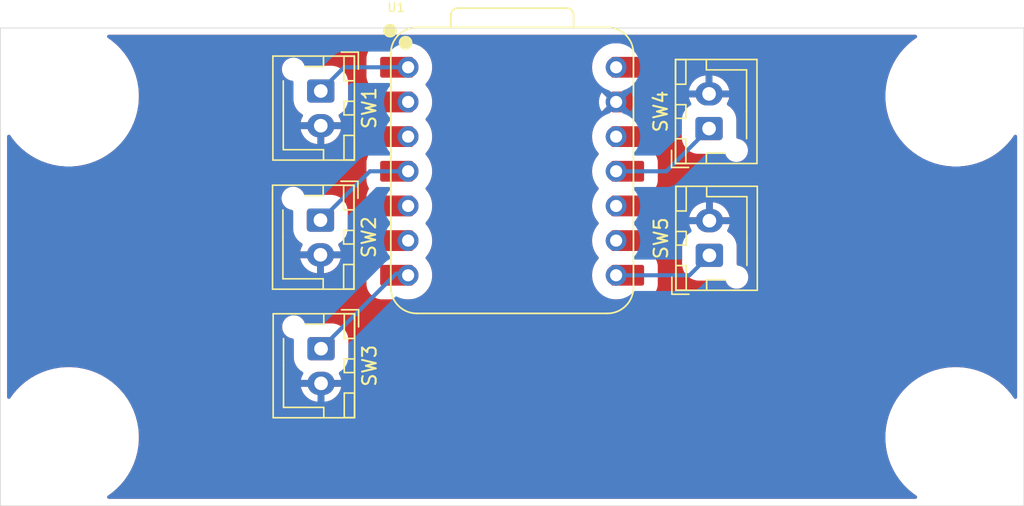
<source format=kicad_pcb>
(kicad_pcb (version 20241229) (generator "pcbnew") (generator_version "9.0")
  (title_block (title "RiftBox PCB") (date "2025-03-14") (company "Myocardinal Heavy Industries"))
  (layers (0 "F.Cu" signal) (2 "B.Cu" signal) (13 "F.Paste" user) (15 "B.Paste" user) (5 "F.SilkS" user "F.Silkscreen") (7 "B.SilkS" user "B.Silkscreen") (1 "F.Mask" user) (3 "B.Mask" user) (25 "Edge.Cuts" user))
  (net 0 "")
  (net 1 "Net-(U1-GPIO26{slash}ADC0{slash}A0)")
  (net 2 "Net-(U1-GPIO29{slash}ADC3{slash}A3)")
  (net 3 "Net-(U1-GPIO0{slash}TX)")
  (net 4 "Net-(U1-GPIO3{slash}MOSI)")
  (net 5 "Net-(U1-GPIO1{slash}RX)")
  (net 22 "gnd")
  (footprint "Library:Shady JST XH 1x2 2.54 mm" (layer "F.Cu") (at 148.455 64.08 -90)
    (property "Reference" "SW2" (at 1.25 -3.55 90) (layer "F.SilkS"))
    (property "Value" "SW_Push")
    (fp_line (start -2.56 3.51) (end 5.06 3.51) (stroke (width 0.12)) (layer "F.SilkS"))
    (fp_line (start 5.06 3.51) (end 5.06 -2.46) (stroke (width 0.12)) (layer "F.SilkS"))
    (fp_line (start 1.25 2.75) (end -0.74 2.75) (stroke (width 0.12)) (layer "F.SilkS"))
    (fp_line (start 4.3 2.75) (end 1.25 2.75) (stroke (width 0.12)) (layer "F.SilkS"))
    (fp_line (start -2.55 -0.2) (end -1.8 -0.2) (stroke (width 0.12)) (layer "F.SilkS"))
    (fp_line (start -1.8 -0.2) (end -1.8 1.14) (stroke (width 0.12)) (layer "F.SilkS"))
    (fp_line (start 4.3 -0.2) (end 4.3 2.75) (stroke (width 0.12)) (layer "F.SilkS"))
    (fp_line (start 5.05 -0.2) (end 4.3 -0.2) (stroke (width 0.12)) (layer "F.SilkS"))
    (fp_line (start -2.55 -1.7) (end -0.75 -1.7) (stroke (width 0.12)) (layer "F.SilkS"))
    (fp_line (start -0.75 -1.7) (end -0.75 -2.45) (stroke (width 0.12)) (layer "F.SilkS"))
    (fp_line (start 0.75 -1.7) (end 1.75 -1.7) (stroke (width 0.12)) (layer "F.SilkS"))
    (fp_line (start 1.75 -1.7) (end 1.75 -2.45) (stroke (width 0.12)) (layer "F.SilkS"))
    (fp_line (start 3.25 -1.7) (end 5.05 -1.7) (stroke (width 0.12)) (layer "F.SilkS"))
    (fp_line (start 5.05 -1.7) (end 5.05 -2.45) (stroke (width 0.12)) (layer "F.SilkS"))
    (fp_line (start -2.55 -2.45) (end -2.55 -1.7) (stroke (width 0.12)) (layer "F.SilkS"))
    (fp_line (start -0.75 -2.45) (end -2.55 -2.45) (stroke (width 0.12)) (layer "F.SilkS"))
    (fp_line (start 0.75 -2.45) (end 0.75 -1.7) (stroke (width 0.12)) (layer "F.SilkS"))
    (fp_line (start 1.75 -2.45) (end 0.75 -2.45) (stroke (width 0.12)) (layer "F.SilkS"))
    (fp_line (start 3.25 -2.45) (end 3.25 -1.7) (stroke (width 0.12)) (layer "F.SilkS"))
    (fp_line (start 5.05 -2.45) (end 3.25 -2.45) (stroke (width 0.12)) (layer "F.SilkS"))
    (fp_line (start -2.56 -2.46) (end -2.56 3.51) (stroke (width 0.12)) (layer "F.SilkS"))
    (fp_line (start 5.06 -2.46) (end -2.56 -2.46) (stroke (width 0.12)) (layer "F.SilkS"))
    (fp_line (start -2.85 -2.75) (end -2.85 -1.5) (stroke (width 0.12)) (layer "F.SilkS"))
    (fp_line (start -1.6 -2.75) (end -2.85 -2.75) (stroke (width 0.12)) (layer "F.SilkS"))
    (pad "" np_thru_hole circle (at -1.6 2 270) (size 1.2 1.2) (drill 1.2) (layers "*.Cu" "*.Mask"))
    (pad "1" thru_hole roundrect (at 0 0 270) (size 1.7 2) (drill 1) (layers "*.Cu" "*.Mask") (roundrect_rratio 0.147059) (net 2 "Net-(U1-GPIO29{slash}ADC3{slash}A3)"))
    (pad "2" thru_hole oval (at 2.54 0 270) (size 1.7 2) (drill 1) (layers "*.Cu" "*.Mask") (net 22 "gnd"))
  )
  (footprint "Library:Shady JST XH 1x2 2.54 mm" (layer "F.Cu") (at 148.48 54.62 -90)
    (property "Reference" "SW1" (at 1.25 -3.55 90) (layer "F.SilkS"))
    (property "Value" "SW_Push")
    (fp_line (start -2.56 3.51) (end 5.06 3.51) (stroke (width 0.12)) (layer "F.SilkS"))
    (fp_line (start 5.06 3.51) (end 5.06 -2.46) (stroke (width 0.12)) (layer "F.SilkS"))
    (fp_line (start 1.25 2.75) (end -0.74 2.75) (stroke (width 0.12)) (layer "F.SilkS"))
    (fp_line (start 4.3 2.75) (end 1.25 2.75) (stroke (width 0.12)) (layer "F.SilkS"))
    (fp_line (start -2.55 -0.2) (end -1.8 -0.2) (stroke (width 0.12)) (layer "F.SilkS"))
    (fp_line (start -1.8 -0.2) (end -1.8 1.14) (stroke (width 0.12)) (layer "F.SilkS"))
    (fp_line (start 4.3 -0.2) (end 4.3 2.75) (stroke (width 0.12)) (layer "F.SilkS"))
    (fp_line (start 5.05 -0.2) (end 4.3 -0.2) (stroke (width 0.12)) (layer "F.SilkS"))
    (fp_line (start -2.55 -1.7) (end -0.75 -1.7) (stroke (width 0.12)) (layer "F.SilkS"))
    (fp_line (start -0.75 -1.7) (end -0.75 -2.45) (stroke (width 0.12)) (layer "F.SilkS"))
    (fp_line (start 0.75 -1.7) (end 1.75 -1.7) (stroke (width 0.12)) (layer "F.SilkS"))
    (fp_line (start 1.75 -1.7) (end 1.75 -2.45) (stroke (width 0.12)) (layer "F.SilkS"))
    (fp_line (start 3.25 -1.7) (end 5.05 -1.7) (stroke (width 0.12)) (layer "F.SilkS"))
    (fp_line (start 5.05 -1.7) (end 5.05 -2.45) (stroke (width 0.12)) (layer "F.SilkS"))
    (fp_line (start -2.55 -2.45) (end -2.55 -1.7) (stroke (width 0.12)) (layer "F.SilkS"))
    (fp_line (start -0.75 -2.45) (end -2.55 -2.45) (stroke (width 0.12)) (layer "F.SilkS"))
    (fp_line (start 0.75 -2.45) (end 0.75 -1.7) (stroke (width 0.12)) (layer "F.SilkS"))
    (fp_line (start 1.75 -2.45) (end 0.75 -2.45) (stroke (width 0.12)) (layer "F.SilkS"))
    (fp_line (start 3.25 -2.45) (end 3.25 -1.7) (stroke (width 0.12)) (layer "F.SilkS"))
    (fp_line (start 5.05 -2.45) (end 3.25 -2.45) (stroke (width 0.12)) (layer "F.SilkS"))
    (fp_line (start -2.56 -2.46) (end -2.56 3.51) (stroke (width 0.12)) (layer "F.SilkS"))
    (fp_line (start 5.06 -2.46) (end -2.56 -2.46) (stroke (width 0.12)) (layer "F.SilkS"))
    (fp_line (start -2.85 -2.75) (end -2.85 -1.5) (stroke (width 0.12)) (layer "F.SilkS"))
    (fp_line (start -1.6 -2.75) (end -2.85 -2.75) (stroke (width 0.12)) (layer "F.SilkS"))
    (pad "" np_thru_hole circle (at -1.6 2 270) (size 1.2 1.2) (drill 1.2) (layers "*.Cu" "*.Mask"))
    (pad "1" thru_hole roundrect (at 0 0 270) (size 1.7 2) (drill 1) (layers "*.Cu" "*.Mask") (roundrect_rratio 0.147059) (net 1 "Net-(U1-GPIO26{slash}ADC0{slash}A0)"))
    (pad "2" thru_hole oval (at 2.54 0 270) (size 1.7 2) (drill 1) (layers "*.Cu" "*.Mask") (net 22 "gnd"))
  )
  (footprint "MountingHole:MountingHole_4.3mm_M4" (layer "F.Cu") (at 130 55)
    (property "Reference" "REF**" (hide yes))
    (property "Value" "MountingHole_4.3mm_M4" (hide yes))
    (pad "" np_thru_hole circle (at 0 0) (size 4.3 4.3) (drill 4.3) (layers "*.Cu" "*.Mask") (clearance 3))
  )
  (footprint "Library:Shady JST XH 1x2 2.54 mm" (layer "F.Cu") (at 176.93 57.37 90)
    (property "Reference" "SW4" (at 1.25 -3.55 90) (layer "F.SilkS"))
    (property "Value" "SW_Push")
    (fp_line (start -1.6 -2.75) (end -2.85 -2.75) (stroke (width 0.12)) (layer "F.SilkS"))
    (fp_line (start -2.85 -2.75) (end -2.85 -1.5) (stroke (width 0.12)) (layer "F.SilkS"))
    (fp_line (start 5.06 -2.46) (end -2.56 -2.46) (stroke (width 0.12)) (layer "F.SilkS"))
    (fp_line (start -2.56 -2.46) (end -2.56 3.51) (stroke (width 0.12)) (layer "F.SilkS"))
    (fp_line (start 5.05 -2.45) (end 3.25 -2.45) (stroke (width 0.12)) (layer "F.SilkS"))
    (fp_line (start 3.25 -2.45) (end 3.25 -1.7) (stroke (width 0.12)) (layer "F.SilkS"))
    (fp_line (start 1.75 -2.45) (end 0.75 -2.45) (stroke (width 0.12)) (layer "F.SilkS"))
    (fp_line (start 0.75 -2.45) (end 0.75 -1.7) (stroke (width 0.12)) (layer "F.SilkS"))
    (fp_line (start -0.75 -2.45) (end -2.55 -2.45) (stroke (width 0.12)) (layer "F.SilkS"))
    (fp_line (start -2.55 -2.45) (end -2.55 -1.7) (stroke (width 0.12)) (layer "F.SilkS"))
    (fp_line (start 5.05 -1.7) (end 5.05 -2.45) (stroke (width 0.12)) (layer "F.SilkS"))
    (fp_line (start 3.25 -1.7) (end 5.05 -1.7) (stroke (width 0.12)) (layer "F.SilkS"))
    (fp_line (start 1.75 -1.7) (end 1.75 -2.45) (stroke (width 0.12)) (layer "F.SilkS"))
    (fp_line (start 0.75 -1.7) (end 1.75 -1.7) (stroke (width 0.12)) (layer "F.SilkS"))
    (fp_line (start -0.75 -1.7) (end -0.75 -2.45) (stroke (width 0.12)) (layer "F.SilkS"))
    (fp_line (start -2.55 -1.7) (end -0.75 -1.7) (stroke (width 0.12)) (layer "F.SilkS"))
    (fp_line (start 5.05 -0.2) (end 4.3 -0.2) (stroke (width 0.12)) (layer "F.SilkS"))
    (fp_line (start 4.3 -0.2) (end 4.3 2.75) (stroke (width 0.12)) (layer "F.SilkS"))
    (fp_line (start -1.8 -0.2) (end -1.8 1.14) (stroke (width 0.12)) (layer "F.SilkS"))
    (fp_line (start -2.55 -0.2) (end -1.8 -0.2) (stroke (width 0.12)) (layer "F.SilkS"))
    (fp_line (start 4.3 2.75) (end 1.25 2.75) (stroke (width 0.12)) (layer "F.SilkS"))
    (fp_line (start 1.25 2.75) (end -0.74 2.75) (stroke (width 0.12)) (layer "F.SilkS"))
    (fp_line (start 5.06 3.51) (end 5.06 -2.46) (stroke (width 0.12)) (layer "F.SilkS"))
    (fp_line (start -2.56 3.51) (end 5.06 3.51) (stroke (width 0.12)) (layer "F.SilkS"))
    (pad "" np_thru_hole circle (at -1.6 2 90) (size 1.2 1.2) (drill 1.2) (layers "*.Cu" "*.Mask"))
    (pad "1" thru_hole roundrect (at 0 0 90) (size 1.7 2) (drill 1) (layers "*.Cu" "*.Mask") (roundrect_rratio 0.147059) (net 4 "Net-(U1-GPIO3{slash}MOSI)"))
    (pad "2" thru_hole oval (at 2.54 0 90) (size 1.7 2) (drill 1) (layers "*.Cu" "*.Mask") (net 22 "gnd"))
  )
  (footprint "Library:XIAO-RP2040-DIP" (layer "F.Cu") (at 162.5 60.5)
    (property "Reference" "U1" (at -8.5 -12 0) (layer "F.SilkS") (effects (font (size 0.635 0.635) (thickness 0.1016))))
    (property "Value" "XIAO-RP2040-DIP")
    (fp_line (start -8.89 8.509) (end -8.89 -8.636) (stroke (width 0.127)) (layer "F.SilkS"))
    (fp_line (start -6.985 10.414) (end 6.985 10.414) (stroke (width 0.127)) (layer "F.SilkS"))
    (fp_line (start -4.495 -10.541) (end -4.491272 -11.451272) (stroke (width 0.127)) (layer "F.SilkS"))
    (fp_line (start -3.991272 -11.951) (end 4.004 -11.951) (stroke (width 0.127)) (layer "F.SilkS"))
    (fp_line (start 4.504 -11.451) (end 4.504 -10.541) (stroke (width 0.127)) (layer "F.SilkS"))
    (fp_line (start 6.985 -10.541) (end -6.985 -10.541) (stroke (width 0.1)) (layer "F.SilkS"))
    (fp_line (start 6.985 -10.541) (end -6.985 -10.541) (stroke (width 0.127)) (layer "F.SilkS"))
    (fp_line (start 8.89 8.509) (end 8.89 -8.636) (stroke (width 0.127)) (layer "F.SilkS"))
    (fp_arc (start -8.89 -8.636) (mid -8.332038 -9.983038) (end -6.985 -10.541) (stroke (width 0.127)) (layer "F.SilkS"))
    (fp_arc (start -6.985 10.414) (mid -8.332038 9.856038) (end -8.89 8.509) (stroke (width 0.127)) (layer "F.SilkS"))
    (fp_arc (start -4.491272 -11.451272) (mid -4.344728 -11.80464) (end -3.991272 -11.951) (stroke (width 0.127)) (layer "F.SilkS"))
    (fp_arc (start 4.004 -11.951) (mid 4.357553 -11.804553) (end 4.504 -11.451) (stroke (width 0.127)) (layer "F.SilkS"))
    (fp_arc (start 6.985 -10.541) (mid 8.332038 -9.983038) (end 8.89 -8.636) (stroke (width 0.127)) (layer "F.SilkS"))
    (fp_arc (start 8.89 8.509) (mid 8.332038 9.856038) (end 6.985 10.414) (stroke (width 0.127)) (layer "F.SilkS"))
    (fp_circle (center -8.95 -10.3) (end -8.95 -10.554) (stroke (width 0.5)) (fill yes) (layer "F.SilkS"))
    (fp_circle (center -7.807 -9.42) (end -7.807 -9.674) (stroke (width 0.5)) (fill yes) (layer "F.SilkS"))
    (pad "1" smd roundrect (at -8.455 -7.62 180) (size 2.432 1.524) (layers "F.Cu" "F.Mask") (roundrect_rratio 0.1) (net 1 "Net-(U1-GPIO26{slash}ADC0{slash}A0)"))
    (pad "1" thru_hole circle (at -7.62 -7.62 180) (size 1.524 1.524) (drill 0.889) (layers "*.Cu" "*.Mask") (net 1 "Net-(U1-GPIO26{slash}ADC0{slash}A0)"))
    (pad "2" smd roundrect (at -8.455 -5.08 180) (size 2.432 1.524) (layers "F.Cu" "F.Mask") (roundrect_rratio 0.1))
    (pad "2" thru_hole circle (at -7.62 -5.08 180) (size 1.524 1.524) (drill 0.889) (layers "*.Cu" "*.Mask"))
    (pad "3" smd roundrect (at -8.455 -2.54 180) (size 2.432 1.524) (layers "F.Cu" "F.Mask") (roundrect_rratio 0.1))
    (pad "3" thru_hole circle (at -7.62 -2.54 180) (size 1.524 1.524) (drill 0.889) (layers "*.Cu" "*.Mask"))
    (pad "4" smd roundrect (at -8.455 0 180) (size 2.432 1.524) (layers "F.Cu" "F.Mask") (roundrect_rratio 0.1) (net 2 "Net-(U1-GPIO29{slash}ADC3{slash}A3)"))
    (pad "4" thru_hole circle (at -7.62 0 180) (size 1.524 1.524) (drill 0.889) (layers "*.Cu" "*.Mask") (net 2 "Net-(U1-GPIO29{slash}ADC3{slash}A3)"))
    (pad "5" smd roundrect (at -8.455 2.54 180) (size 2.432 1.524) (layers "F.Cu" "F.Mask") (roundrect_rratio 0.1))
    (pad "5" thru_hole circle (at -7.62 2.54 180) (size 1.524 1.524) (drill 0.889) (layers "*.Cu" "*.Mask"))
    (pad "6" smd roundrect (at -8.455 5.08 180) (size 2.432 1.524) (layers "F.Cu" "F.Mask") (roundrect_rratio 0.1))
    (pad "6" thru_hole circle (at -7.62 5.08 180) (size 1.524 1.524) (drill 0.889) (layers "*.Cu" "*.Mask"))
    (pad "7" smd roundrect (at -8.455 7.62 180) (size 2.432 1.524) (layers "F.Cu" "F.Mask") (roundrect_rratio 0.1) (net 3 "Net-(U1-GPIO0{slash}TX)"))
    (pad "7" thru_hole circle (at -7.62 7.62 180) (size 1.524 1.524) (drill 0.889) (layers "*.Cu" "*.Mask") (net 3 "Net-(U1-GPIO0{slash}TX)"))
    (pad "8" thru_hole circle (at 7.62 7.62) (size 1.524 1.524) (drill 0.889) (layers "*.Cu" "*.Mask") (net 5 "Net-(U1-GPIO1{slash}RX)"))
    (pad "8" smd roundrect (at 8.455 7.62) (size 2.432 1.524) (layers "F.Cu" "F.Mask") (roundrect_rratio 0.1) (net 5 "Net-(U1-GPIO1{slash}RX)"))
    (pad "9" thru_hole circle (at 7.62 5.08) (size 1.524 1.524) (drill 0.889) (layers "*.Cu" "*.Mask"))
    (pad "9" smd roundrect (at 8.455 5.08) (size 2.432 1.524) (layers "F.Cu" "F.Mask") (roundrect_rratio 0.1))
    (pad "10" thru_hole circle (at 7.62 2.54) (size 1.524 1.524) (drill 0.889) (layers "*.Cu" "*.Mask"))
    (pad "10" smd roundrect (at 8.455 2.54) (size 2.432 1.524) (layers "F.Cu" "F.Mask") (roundrect_rratio 0.1))
    (pad "11" thru_hole circle (at 7.62 0) (size 1.524 1.524) (drill 0.889) (layers "*.Cu" "*.Mask") (net 4 "Net-(U1-GPIO3{slash}MOSI)"))
    (pad "11" smd roundrect (at 8.455 0) (size 2.432 1.524) (layers "F.Cu" "F.Mask") (roundrect_rratio 0.1) (net 4 "Net-(U1-GPIO3{slash}MOSI)"))
    (pad "12" thru_hole circle (at 7.62 -2.54) (size 1.524 1.524) (drill 0.889) (layers "*.Cu" "*.Mask"))
    (pad "12" smd roundrect (at 8.455 -2.54) (size 2.432 1.524) (layers "F.Cu" "F.Mask") (roundrect_rratio 0.1))
    (pad "13" thru_hole circle (at 7.62 -5.08) (size 1.524 1.524) (drill 0.889) (layers "*.Cu" "*.Mask") (net 22 "gnd"))
    (pad "13" smd roundrect (at 8.455 -5.08) (size 2.432 1.524) (layers "F.Cu" "F.Mask") (roundrect_rratio 0.1) (net 22 "gnd"))
    (pad "14" thru_hole circle (at 7.62 -7.62) (size 1.524 1.524) (drill 0.889) (layers "*.Cu" "*.Mask"))
    (pad "14" smd roundrect (at 8.455 -7.62) (size 2.432 1.524) (layers "F.Cu" "F.Mask") (roundrect_rratio 0.1))
  )
  (footprint "MountingHole:MountingHole_4.3mm_M4" (layer "F.Cu") (at 195 55)
    (property "Reference" "REF**" (hide yes))
    (property "Value" "MountingHole_4.3mm_M4" (hide yes))
    (pad "" np_thru_hole circle (at 0 0) (size 4.3 4.3) (drill 4.3) (layers "*.Cu" "*.Mask") (clearance 3))
  )
  (footprint "Library:Shady JST XH 1x2 2.54 mm" (layer "F.Cu") (at 176.955 66.66 90)
    (property "Reference" "SW5" (at 1.25 -3.55 90) (layer "F.SilkS"))
    (property "Value" "SW_Push")
    (fp_line (start -1.6 -2.75) (end -2.85 -2.75) (stroke (width 0.12)) (layer "F.SilkS"))
    (fp_line (start -2.85 -2.75) (end -2.85 -1.5) (stroke (width 0.12)) (layer "F.SilkS"))
    (fp_line (start 5.06 -2.46) (end -2.56 -2.46) (stroke (width 0.12)) (layer "F.SilkS"))
    (fp_line (start -2.56 -2.46) (end -2.56 3.51) (stroke (width 0.12)) (layer "F.SilkS"))
    (fp_line (start 5.05 -2.45) (end 3.25 -2.45) (stroke (width 0.12)) (layer "F.SilkS"))
    (fp_line (start 3.25 -2.45) (end 3.25 -1.7) (stroke (width 0.12)) (layer "F.SilkS"))
    (fp_line (start 1.75 -2.45) (end 0.75 -2.45) (stroke (width 0.12)) (layer "F.SilkS"))
    (fp_line (start 0.75 -2.45) (end 0.75 -1.7) (stroke (width 0.12)) (layer "F.SilkS"))
    (fp_line (start -0.75 -2.45) (end -2.55 -2.45) (stroke (width 0.12)) (layer "F.SilkS"))
    (fp_line (start -2.55 -2.45) (end -2.55 -1.7) (stroke (width 0.12)) (layer "F.SilkS"))
    (fp_line (start 5.05 -1.7) (end 5.05 -2.45) (stroke (width 0.12)) (layer "F.SilkS"))
    (fp_line (start 3.25 -1.7) (end 5.05 -1.7) (stroke (width 0.12)) (layer "F.SilkS"))
    (fp_line (start 1.75 -1.7) (end 1.75 -2.45) (stroke (width 0.12)) (layer "F.SilkS"))
    (fp_line (start 0.75 -1.7) (end 1.75 -1.7) (stroke (width 0.12)) (layer "F.SilkS"))
    (fp_line (start -0.75 -1.7) (end -0.75 -2.45) (stroke (width 0.12)) (layer "F.SilkS"))
    (fp_line (start -2.55 -1.7) (end -0.75 -1.7) (stroke (width 0.12)) (layer "F.SilkS"))
    (fp_line (start 5.05 -0.2) (end 4.3 -0.2) (stroke (width 0.12)) (layer "F.SilkS"))
    (fp_line (start 4.3 -0.2) (end 4.3 2.75) (stroke (width 0.12)) (layer "F.SilkS"))
    (fp_line (start -1.8 -0.2) (end -1.8 1.14) (stroke (width 0.12)) (layer "F.SilkS"))
    (fp_line (start -2.55 -0.2) (end -1.8 -0.2) (stroke (width 0.12)) (layer "F.SilkS"))
    (fp_line (start 4.3 2.75) (end 1.25 2.75) (stroke (width 0.12)) (layer "F.SilkS"))
    (fp_line (start 1.25 2.75) (end -0.74 2.75) (stroke (width 0.12)) (layer "F.SilkS"))
    (fp_line (start 5.06 3.51) (end 5.06 -2.46) (stroke (width 0.12)) (layer "F.SilkS"))
    (fp_line (start -2.56 3.51) (end 5.06 3.51) (stroke (width 0.12)) (layer "F.SilkS"))
    (pad "" np_thru_hole circle (at -1.6 2 90) (size 1.2 1.2) (drill 1.2) (layers "*.Cu" "*.Mask"))
    (pad "1" thru_hole roundrect (at 0 0 90) (size 1.7 2) (drill 1) (layers "*.Cu" "*.Mask") (roundrect_rratio 0.147059) (net 5 "Net-(U1-GPIO1{slash}RX)"))
    (pad "2" thru_hole oval (at 2.54 0 90) (size 1.7 2) (drill 1) (layers "*.Cu" "*.Mask") (net 22 "gnd"))
  )
  (footprint "Library:Shady JST XH 1x2 2.54 mm" (layer "F.Cu") (at 148.5 73.5 -90)
    (property "Reference" "SW3" (at 1.25 -3.55 90) (layer "F.SilkS"))
    (property "Value" "SW_Push")
    (fp_line (start -2.56 3.51) (end 5.06 3.51) (stroke (width 0.12)) (layer "F.SilkS"))
    (fp_line (start 5.06 3.51) (end 5.06 -2.46) (stroke (width 0.12)) (layer "F.SilkS"))
    (fp_line (start 1.25 2.75) (end -0.74 2.75) (stroke (width 0.12)) (layer "F.SilkS"))
    (fp_line (start 4.3 2.75) (end 1.25 2.75) (stroke (width 0.12)) (layer "F.SilkS"))
    (fp_line (start -2.55 -0.2) (end -1.8 -0.2) (stroke (width 0.12)) (layer "F.SilkS"))
    (fp_line (start -1.8 -0.2) (end -1.8 1.14) (stroke (width 0.12)) (layer "F.SilkS"))
    (fp_line (start 4.3 -0.2) (end 4.3 2.75) (stroke (width 0.12)) (layer "F.SilkS"))
    (fp_line (start 5.05 -0.2) (end 4.3 -0.2) (stroke (width 0.12)) (layer "F.SilkS"))
    (fp_line (start -2.55 -1.7) (end -0.75 -1.7) (stroke (width 0.12)) (layer "F.SilkS"))
    (fp_line (start -0.75 -1.7) (end -0.75 -2.45) (stroke (width 0.12)) (layer "F.SilkS"))
    (fp_line (start 0.75 -1.7) (end 1.75 -1.7) (stroke (width 0.12)) (layer "F.SilkS"))
    (fp_line (start 1.75 -1.7) (end 1.75 -2.45) (stroke (width 0.12)) (layer "F.SilkS"))
    (fp_line (start 3.25 -1.7) (end 5.05 -1.7) (stroke (width 0.12)) (layer "F.SilkS"))
    (fp_line (start 5.05 -1.7) (end 5.05 -2.45) (stroke (width 0.12)) (layer "F.SilkS"))
    (fp_line (start -2.55 -2.45) (end -2.55 -1.7) (stroke (width 0.12)) (layer "F.SilkS"))
    (fp_line (start -0.75 -2.45) (end -2.55 -2.45) (stroke (width 0.12)) (layer "F.SilkS"))
    (fp_line (start 0.75 -2.45) (end 0.75 -1.7) (stroke (width 0.12)) (layer "F.SilkS"))
    (fp_line (start 1.75 -2.45) (end 0.75 -2.45) (stroke (width 0.12)) (layer "F.SilkS"))
    (fp_line (start 3.25 -2.45) (end 3.25 -1.7) (stroke (width 0.12)) (layer "F.SilkS"))
    (fp_line (start 5.05 -2.45) (end 3.25 -2.45) (stroke (width 0.12)) (layer "F.SilkS"))
    (fp_line (start -2.56 -2.46) (end -2.56 3.51) (stroke (width 0.12)) (layer "F.SilkS"))
    (fp_line (start 5.06 -2.46) (end -2.56 -2.46) (stroke (width 0.12)) (layer "F.SilkS"))
    (fp_line (start -2.85 -2.75) (end -2.85 -1.5) (stroke (width 0.12)) (layer "F.SilkS"))
    (fp_line (start -1.6 -2.75) (end -2.85 -2.75) (stroke (width 0.12)) (layer "F.SilkS"))
    (pad "" np_thru_hole circle (at -1.6 2 270) (size 1.2 1.2) (drill 1.2) (layers "*.Cu" "*.Mask"))
    (pad "1" thru_hole roundrect (at 0 0 270) (size 1.7 2) (drill 1) (layers "*.Cu" "*.Mask") (roundrect_rratio 0.147059) (net 3 "Net-(U1-GPIO0{slash}TX)"))
    (pad "2" thru_hole oval (at 2.54 0 270) (size 1.7 2) (drill 1) (layers "*.Cu" "*.Mask") (net 22 "gnd"))
  )
  (footprint "MountingHole:MountingHole_4.3mm_M4" (layer "F.Cu") (at 195 80)
    (property "Reference" "REF**" (hide yes))
    (property "Value" "MountingHole_4.3mm_M4" (hide yes))
    (pad "" np_thru_hole circle (at 0 0) (size 4.3 4.3) (drill 4.3) (layers "*.Cu" "*.Mask") (clearance 3))
  )
  (footprint "MountingHole:MountingHole_4.3mm_M4" (layer "F.Cu") (at 130 80)
    (property "Reference" "REF**" (hide yes))
    (property "Value" "MountingHole_4.3mm_M4" (hide yes))
    (pad "" np_thru_hole circle (at 0 0) (size 4.3 4.3) (drill 4.3) (layers "*.Cu" "*.Mask") (clearance 3))
  )
  (gr_rect (start 125 50) (end 200 85) (stroke (width 0.05)) (fill no) (layer "Edge.Cuts"))
  (segment (start 150.195 52.88) (end 154.88 52.88) (width 0.3) (layer "B.Cu") (net 1))
  (segment (start 148.48 54.595) (end 150.195 52.88) (width 0.3) (layer "B.Cu") (net 1))
  (segment (start 148.48 54.62) (end 148.48 54.595) (width 0.3) (layer "B.Cu") (net 1))
  (segment (start 148.455 64.12) (end 152.075 60.5) (width 0.3) (layer "B.Cu") (net 2))
  (segment (start 148.455 64.08) (end 148.455 64.12) (width 0.3) (layer "B.Cu") (net 2))
  (segment (start 152.075 60.5) (end 154.88 60.5) (width 0.3) (layer "B.Cu") (net 2))
  (segment (start 154.88 68.12) (end 154.76 68) (width 0.3) (layer "B.Cu") (net 3))
  (segment (start 154 68) (end 148.5 73.5) (width 0.3) (layer "B.Cu") (net 3))
  (segment (start 154.76 68) (end 154 68) (width 0.3) (layer "B.Cu") (net 3))
  (segment (start 173.8 60.5) (end 176.93 57.37) (width 0.3) (layer "B.Cu") (net 4))
  (segment (start 170.12 60.5) (end 173.8 60.5) (width 0.3) (layer "B.Cu") (net 4))
  (segment (start 175.495 68.12) (end 176.955 66.66) (width 0.3) (layer "B.Cu") (net 5))
  (segment (start 170.12 68.12) (end 175.495 68.12) (width 0.3) (layer "B.Cu") (net 5))
  (segment (start 170.08 55.42) (end 170 55.5) (width 0.3) (layer "B.Cu") (net 22))
  (segment (start 170.12 55.42) (end 170.08 55.42) (width 0.3) (layer "B.Cu") (net 22))
  (zone (net 22) (net_name "gnd") (layers "F.Cu" "B.Cu") (connect_pads (clearance 1)) (min_thickness 0.25) (fill yes (thermal_gap 0.5) (thermal_bridge_width 0.5))
    (polygon (pts (xy 125 50) (xy 125 85) (xy 200 85) (xy 200 50)))
  )
)
</source>
